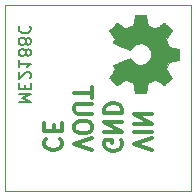
<source format=gbr>
%TF.GenerationSoftware,KiCad,Pcbnew,6.0.11-2627ca5db0~126~ubuntu20.04.1*%
%TF.CreationDate,2023-04-18T12:09:56-05:00*%
%TF.ProjectId,me2188c-slim,6d653231-3838-4632-9d73-6c696d2e6b69,rev?*%
%TF.SameCoordinates,Original*%
%TF.FileFunction,Legend,Bot*%
%TF.FilePolarity,Positive*%
%FSLAX46Y46*%
G04 Gerber Fmt 4.6, Leading zero omitted, Abs format (unit mm)*
G04 Created by KiCad (PCBNEW 6.0.11-2627ca5db0~126~ubuntu20.04.1) date 2023-04-18 12:09:56*
%MOMM*%
%LPD*%
G01*
G04 APERTURE LIST*
%TA.AperFunction,Profile*%
%ADD10C,0.100000*%
%TD*%
%ADD11C,0.300000*%
%ADD12C,0.150000*%
%ADD13C,0.010000*%
G04 APERTURE END LIST*
D10*
X115700000Y-100000000D02*
X115700000Y-115700000D01*
X100000000Y-100000000D02*
X100000000Y-115700000D01*
X100000000Y-100000000D02*
X115700000Y-100000000D01*
X100000000Y-115700000D02*
X115700000Y-115700000D01*
D11*
X107348428Y-112242857D02*
X105848428Y-111742857D01*
X107348428Y-111242857D01*
X107348428Y-110457142D02*
X107348428Y-110171428D01*
X107277000Y-110028571D01*
X107134142Y-109885714D01*
X106848428Y-109814285D01*
X106348428Y-109814285D01*
X106062714Y-109885714D01*
X105919857Y-110028571D01*
X105848428Y-110171428D01*
X105848428Y-110457142D01*
X105919857Y-110600000D01*
X106062714Y-110742857D01*
X106348428Y-110814285D01*
X106848428Y-110814285D01*
X107134142Y-110742857D01*
X107277000Y-110600000D01*
X107348428Y-110457142D01*
X107348428Y-109171428D02*
X106134142Y-109171428D01*
X105991285Y-109100000D01*
X105919857Y-109028571D01*
X105848428Y-108885714D01*
X105848428Y-108600000D01*
X105919857Y-108457142D01*
X105991285Y-108385714D01*
X106134142Y-108314285D01*
X107348428Y-108314285D01*
X107348428Y-107814285D02*
X107348428Y-106957142D01*
X105848428Y-107385714D02*
X107348428Y-107385714D01*
D12*
X101147619Y-108190476D02*
X102147619Y-108190476D01*
X101433333Y-107857142D01*
X102147619Y-107523809D01*
X101147619Y-107523809D01*
X101671428Y-107047619D02*
X101671428Y-106714285D01*
X101147619Y-106571428D02*
X101147619Y-107047619D01*
X102147619Y-107047619D01*
X102147619Y-106571428D01*
X102052380Y-106190476D02*
X102100000Y-106142857D01*
X102147619Y-106047619D01*
X102147619Y-105809523D01*
X102100000Y-105714285D01*
X102052380Y-105666666D01*
X101957142Y-105619047D01*
X101861904Y-105619047D01*
X101719047Y-105666666D01*
X101147619Y-106238095D01*
X101147619Y-105619047D01*
X101147619Y-104666666D02*
X101147619Y-105238095D01*
X101147619Y-104952380D02*
X102147619Y-104952380D01*
X102004761Y-105047619D01*
X101909523Y-105142857D01*
X101861904Y-105238095D01*
X101719047Y-104095238D02*
X101766666Y-104190476D01*
X101814285Y-104238095D01*
X101909523Y-104285714D01*
X101957142Y-104285714D01*
X102052380Y-104238095D01*
X102100000Y-104190476D01*
X102147619Y-104095238D01*
X102147619Y-103904761D01*
X102100000Y-103809523D01*
X102052380Y-103761904D01*
X101957142Y-103714285D01*
X101909523Y-103714285D01*
X101814285Y-103761904D01*
X101766666Y-103809523D01*
X101719047Y-103904761D01*
X101719047Y-104095238D01*
X101671428Y-104190476D01*
X101623809Y-104238095D01*
X101528571Y-104285714D01*
X101338095Y-104285714D01*
X101242857Y-104238095D01*
X101195238Y-104190476D01*
X101147619Y-104095238D01*
X101147619Y-103904761D01*
X101195238Y-103809523D01*
X101242857Y-103761904D01*
X101338095Y-103714285D01*
X101528571Y-103714285D01*
X101623809Y-103761904D01*
X101671428Y-103809523D01*
X101719047Y-103904761D01*
X101719047Y-103142857D02*
X101766666Y-103238095D01*
X101814285Y-103285714D01*
X101909523Y-103333333D01*
X101957142Y-103333333D01*
X102052380Y-103285714D01*
X102100000Y-103238095D01*
X102147619Y-103142857D01*
X102147619Y-102952380D01*
X102100000Y-102857142D01*
X102052380Y-102809523D01*
X101957142Y-102761904D01*
X101909523Y-102761904D01*
X101814285Y-102809523D01*
X101766666Y-102857142D01*
X101719047Y-102952380D01*
X101719047Y-103142857D01*
X101671428Y-103238095D01*
X101623809Y-103285714D01*
X101528571Y-103333333D01*
X101338095Y-103333333D01*
X101242857Y-103285714D01*
X101195238Y-103238095D01*
X101147619Y-103142857D01*
X101147619Y-102952380D01*
X101195238Y-102857142D01*
X101242857Y-102809523D01*
X101338095Y-102761904D01*
X101528571Y-102761904D01*
X101623809Y-102809523D01*
X101671428Y-102857142D01*
X101719047Y-102952380D01*
X101242857Y-101761904D02*
X101195238Y-101809523D01*
X101147619Y-101952380D01*
X101147619Y-102047619D01*
X101195238Y-102190476D01*
X101290476Y-102285714D01*
X101385714Y-102333333D01*
X101576190Y-102380952D01*
X101719047Y-102380952D01*
X101909523Y-102333333D01*
X102004761Y-102285714D01*
X102100000Y-102190476D01*
X102147619Y-102047619D01*
X102147619Y-101952380D01*
X102100000Y-101809523D01*
X102052380Y-101761904D01*
D11*
X103451285Y-111314285D02*
X103379857Y-111385714D01*
X103308428Y-111600000D01*
X103308428Y-111742857D01*
X103379857Y-111957142D01*
X103522714Y-112100000D01*
X103665571Y-112171428D01*
X103951285Y-112242857D01*
X104165571Y-112242857D01*
X104451285Y-112171428D01*
X104594142Y-112100000D01*
X104737000Y-111957142D01*
X104808428Y-111742857D01*
X104808428Y-111600000D01*
X104737000Y-111385714D01*
X104665571Y-111314285D01*
X104094142Y-110671428D02*
X104094142Y-110171428D01*
X103308428Y-109957142D02*
X103308428Y-110671428D01*
X104808428Y-110671428D01*
X104808428Y-109957142D01*
X109817000Y-111442857D02*
X109888428Y-111585714D01*
X109888428Y-111800000D01*
X109817000Y-112014285D01*
X109674142Y-112157142D01*
X109531285Y-112228571D01*
X109245571Y-112300000D01*
X109031285Y-112300000D01*
X108745571Y-112228571D01*
X108602714Y-112157142D01*
X108459857Y-112014285D01*
X108388428Y-111800000D01*
X108388428Y-111657142D01*
X108459857Y-111442857D01*
X108531285Y-111371428D01*
X109031285Y-111371428D01*
X109031285Y-111657142D01*
X108388428Y-110728571D02*
X109888428Y-110728571D01*
X108388428Y-109871428D01*
X109888428Y-109871428D01*
X108388428Y-109157142D02*
X109888428Y-109157142D01*
X109888428Y-108800000D01*
X109817000Y-108585714D01*
X109674142Y-108442857D01*
X109531285Y-108371428D01*
X109245571Y-108300000D01*
X109031285Y-108300000D01*
X108745571Y-108371428D01*
X108602714Y-108442857D01*
X108459857Y-108585714D01*
X108388428Y-108800000D01*
X108388428Y-109157142D01*
X112428428Y-112242857D02*
X110928428Y-111742857D01*
X112428428Y-111242857D01*
X110928428Y-110742857D02*
X112428428Y-110742857D01*
X110928428Y-110028571D02*
X112428428Y-110028571D01*
X110928428Y-109171428D01*
X112428428Y-109171428D01*
%TO.C,REF\u002A\u002A*%
G36*
X111539713Y-100819782D02*
G01*
X111647974Y-100821636D01*
X111744892Y-100825030D01*
X111824041Y-100829967D01*
X111878994Y-100836452D01*
X111903326Y-100844489D01*
X111906921Y-100852696D01*
X111918252Y-100893519D01*
X111934278Y-100962524D01*
X111953805Y-101054203D01*
X111975638Y-101163050D01*
X111998582Y-101283558D01*
X112010841Y-101349357D01*
X112032099Y-101462135D01*
X112050713Y-101559207D01*
X112065672Y-101635382D01*
X112075964Y-101685469D01*
X112080578Y-101704276D01*
X112081529Y-101704983D01*
X112105690Y-101716961D01*
X112156306Y-101739794D01*
X112226662Y-101770630D01*
X112310042Y-101806613D01*
X112399730Y-101844891D01*
X112489011Y-101882609D01*
X112571168Y-101916913D01*
X112639487Y-101944949D01*
X112687252Y-101963864D01*
X112707746Y-101970803D01*
X112714957Y-101967742D01*
X112749272Y-101947372D01*
X112807030Y-101910422D01*
X112883701Y-101859860D01*
X112974752Y-101798657D01*
X113075650Y-101729781D01*
X113130907Y-101691994D01*
X113227785Y-101626782D01*
X113312807Y-101570871D01*
X113381338Y-101527241D01*
X113428740Y-101498877D01*
X113450377Y-101488759D01*
X113462113Y-101495790D01*
X113497182Y-101525197D01*
X113550255Y-101573441D01*
X113616836Y-101636093D01*
X113692426Y-101708725D01*
X113772528Y-101786908D01*
X113852646Y-101866214D01*
X113928282Y-101942213D01*
X113994938Y-102010478D01*
X114048118Y-102066580D01*
X114083324Y-102106090D01*
X114096058Y-102124579D01*
X114091107Y-102134843D01*
X114068143Y-102172530D01*
X114029062Y-102233348D01*
X113976728Y-102312913D01*
X113914004Y-102406843D01*
X113843754Y-102510754D01*
X113591449Y-102881794D01*
X113718947Y-103191080D01*
X113846445Y-103500365D01*
X114291069Y-103584186D01*
X114735693Y-103668006D01*
X114735693Y-104593454D01*
X114291069Y-104677275D01*
X113846445Y-104761095D01*
X113591449Y-105379667D01*
X113843754Y-105750707D01*
X113893494Y-105824144D01*
X113958782Y-105921499D01*
X114014546Y-106005787D01*
X114057922Y-106072631D01*
X114086047Y-106117654D01*
X114096058Y-106136478D01*
X114088939Y-106148039D01*
X114059106Y-106182596D01*
X114010148Y-106234894D01*
X113946560Y-106300500D01*
X113872837Y-106374983D01*
X113793475Y-106453913D01*
X113712969Y-106532856D01*
X113635815Y-106607384D01*
X113566507Y-106673063D01*
X113509543Y-106725463D01*
X113469416Y-106760153D01*
X113450623Y-106772701D01*
X113442549Y-106769782D01*
X113406531Y-106749571D01*
X113347256Y-106712663D01*
X113269370Y-106662050D01*
X113177519Y-106600725D01*
X113076350Y-106531679D01*
X113021174Y-106493787D01*
X112925116Y-106428606D01*
X112841283Y-106372723D01*
X112774223Y-106329117D01*
X112728481Y-106300769D01*
X112708604Y-106290657D01*
X112707503Y-106290823D01*
X112682306Y-106299743D01*
X112630853Y-106320206D01*
X112559865Y-106349360D01*
X112476065Y-106384353D01*
X112386172Y-106422332D01*
X112296909Y-106460445D01*
X112214997Y-106495839D01*
X112147157Y-106525662D01*
X112100110Y-106547061D01*
X112080578Y-106557184D01*
X112078845Y-106563174D01*
X112071031Y-106599566D01*
X112058085Y-106664427D01*
X112041021Y-106752565D01*
X112020849Y-106858787D01*
X111998582Y-106977902D01*
X111986777Y-107040683D01*
X111964252Y-107155912D01*
X111943450Y-107256662D01*
X111925565Y-107337426D01*
X111911792Y-107392698D01*
X111903326Y-107416971D01*
X111894934Y-107421331D01*
X111853928Y-107428563D01*
X111785632Y-107434246D01*
X111696471Y-107438382D01*
X111592872Y-107440977D01*
X111481260Y-107442036D01*
X111368062Y-107441561D01*
X111259704Y-107439559D01*
X111162611Y-107436033D01*
X111083210Y-107430987D01*
X111027928Y-107424427D01*
X111003190Y-107416356D01*
X111000400Y-107411458D01*
X110988431Y-107374930D01*
X110972595Y-107311565D01*
X110954626Y-107228686D01*
X110936259Y-107133618D01*
X110930409Y-107101542D01*
X110903202Y-106953393D01*
X110881337Y-106836961D01*
X110863907Y-106748209D01*
X110850004Y-106683103D01*
X110838723Y-106637606D01*
X110829157Y-106607682D01*
X110820399Y-106589294D01*
X110811543Y-106578407D01*
X110810057Y-106577142D01*
X110779069Y-106559338D01*
X110722366Y-106532994D01*
X110646601Y-106500661D01*
X110558426Y-106464893D01*
X110464493Y-106428244D01*
X110371453Y-106393266D01*
X110285959Y-106362513D01*
X110214664Y-106338538D01*
X110164218Y-106323895D01*
X110141274Y-106321136D01*
X110138297Y-106322981D01*
X110109507Y-106342075D01*
X110056405Y-106377984D01*
X109983883Y-106427378D01*
X109896833Y-106486927D01*
X109800146Y-106553303D01*
X109773544Y-106571520D01*
X109678125Y-106635577D01*
X109592788Y-106690937D01*
X109522595Y-106734439D01*
X109472606Y-106762924D01*
X109447884Y-106773232D01*
X109441384Y-106771011D01*
X109409356Y-106747858D01*
X109357055Y-106702177D01*
X109288001Y-106637241D01*
X109205714Y-106556319D01*
X109113714Y-106462685D01*
X109062219Y-106409165D01*
X108982017Y-106324542D01*
X108913322Y-106250475D01*
X108859748Y-106190941D01*
X108824915Y-106149917D01*
X108812437Y-106131381D01*
X108817062Y-106118646D01*
X108838943Y-106079436D01*
X108874727Y-106022495D01*
X108919883Y-105955250D01*
X108952835Y-105907438D01*
X109018273Y-105811985D01*
X109087772Y-105710125D01*
X109150925Y-105617088D01*
X109274200Y-105434832D01*
X109191480Y-105281841D01*
X109172387Y-105245817D01*
X109139728Y-105180303D01*
X109117181Y-105129640D01*
X109108774Y-105102564D01*
X109119570Y-105093703D01*
X109160677Y-105071699D01*
X109228451Y-105039199D01*
X109318591Y-104998010D01*
X109426795Y-104949942D01*
X109548763Y-104896802D01*
X109680192Y-104840399D01*
X109816782Y-104782542D01*
X109954233Y-104725038D01*
X110088242Y-104669697D01*
X110214509Y-104618326D01*
X110328732Y-104572735D01*
X110426610Y-104534732D01*
X110503843Y-104506124D01*
X110556129Y-104488721D01*
X110579167Y-104484331D01*
X110579840Y-104484628D01*
X110601137Y-104505077D01*
X110634492Y-104547850D01*
X110672989Y-104604117D01*
X110684744Y-104621877D01*
X110796265Y-104757014D01*
X110929094Y-104868856D01*
X111077702Y-104954755D01*
X111236560Y-105012062D01*
X111400140Y-105038131D01*
X111562912Y-105030313D01*
X111707685Y-104998644D01*
X111853876Y-104941782D01*
X111984297Y-104858888D01*
X112108187Y-104745131D01*
X112147765Y-104700433D01*
X112245277Y-104555935D01*
X112310950Y-104399838D01*
X112345370Y-104236667D01*
X112349126Y-104070943D01*
X112322806Y-103907192D01*
X112266997Y-103749936D01*
X112182286Y-103603698D01*
X112069263Y-103473004D01*
X111928513Y-103362374D01*
X111893658Y-103341105D01*
X111734345Y-103268810D01*
X111568448Y-103230415D01*
X111400263Y-103224914D01*
X111234087Y-103251301D01*
X111074216Y-103308570D01*
X110924947Y-103395717D01*
X110790577Y-103511736D01*
X110675401Y-103655622D01*
X110672298Y-103660294D01*
X110633067Y-103715964D01*
X110599714Y-103757689D01*
X110579167Y-103776746D01*
X110563059Y-103774342D01*
X110516156Y-103759391D01*
X110443461Y-103732881D01*
X110349275Y-103696620D01*
X110237902Y-103652416D01*
X110113642Y-103602076D01*
X109980798Y-103547407D01*
X109843673Y-103490218D01*
X109706568Y-103432316D01*
X109573785Y-103375510D01*
X109449626Y-103321606D01*
X109338394Y-103272412D01*
X109244391Y-103229737D01*
X109171918Y-103195387D01*
X109125278Y-103171171D01*
X109108774Y-103158897D01*
X109111009Y-103148689D01*
X109127074Y-103108586D01*
X109155241Y-103049318D01*
X109191480Y-102979619D01*
X109274200Y-102826629D01*
X109150925Y-102644373D01*
X109114421Y-102590527D01*
X109046216Y-102490374D01*
X108977902Y-102390525D01*
X108919883Y-102306211D01*
X108888264Y-102259679D01*
X108848980Y-102199200D01*
X108822088Y-102154357D01*
X108812117Y-102132455D01*
X108816350Y-102123045D01*
X108842279Y-102089031D01*
X108887930Y-102036595D01*
X108948814Y-101970301D01*
X109020439Y-101894713D01*
X109098317Y-101814396D01*
X109177955Y-101733913D01*
X109254865Y-101657829D01*
X109324555Y-101590707D01*
X109382536Y-101537112D01*
X109424316Y-101501608D01*
X109445407Y-101488759D01*
X109449419Y-101489500D01*
X109482080Y-101504793D01*
X109538588Y-101537462D01*
X109613837Y-101584350D01*
X109702725Y-101642301D01*
X109800146Y-101708157D01*
X109827018Y-101726627D01*
X109921577Y-101791482D01*
X110005173Y-101848609D01*
X110072916Y-101894678D01*
X110119914Y-101926359D01*
X110141274Y-101940324D01*
X110142189Y-101940668D01*
X110168322Y-101936546D01*
X110221260Y-101920807D01*
X110294353Y-101896004D01*
X110380948Y-101864689D01*
X110474392Y-101829417D01*
X110568035Y-101792740D01*
X110655223Y-101757212D01*
X110729305Y-101725386D01*
X110783629Y-101699816D01*
X110811543Y-101683053D01*
X110813276Y-101681374D01*
X110822044Y-101669372D01*
X110830885Y-101649103D01*
X110840708Y-101616529D01*
X110852417Y-101567616D01*
X110866920Y-101498327D01*
X110885124Y-101404625D01*
X110907934Y-101282476D01*
X110936259Y-101127842D01*
X110942220Y-101095770D01*
X110960648Y-101003893D01*
X110978108Y-100926607D01*
X110992867Y-100871236D01*
X111003190Y-100845105D01*
X111011803Y-100840733D01*
X111053174Y-100833445D01*
X111121759Y-100827669D01*
X111211132Y-100823410D01*
X111314865Y-100820673D01*
X111426535Y-100819462D01*
X111539713Y-100819782D01*
G37*
D13*
X111539713Y-100819782D02*
X111647974Y-100821636D01*
X111744892Y-100825030D01*
X111824041Y-100829967D01*
X111878994Y-100836452D01*
X111903326Y-100844489D01*
X111906921Y-100852696D01*
X111918252Y-100893519D01*
X111934278Y-100962524D01*
X111953805Y-101054203D01*
X111975638Y-101163050D01*
X111998582Y-101283558D01*
X112010841Y-101349357D01*
X112032099Y-101462135D01*
X112050713Y-101559207D01*
X112065672Y-101635382D01*
X112075964Y-101685469D01*
X112080578Y-101704276D01*
X112081529Y-101704983D01*
X112105690Y-101716961D01*
X112156306Y-101739794D01*
X112226662Y-101770630D01*
X112310042Y-101806613D01*
X112399730Y-101844891D01*
X112489011Y-101882609D01*
X112571168Y-101916913D01*
X112639487Y-101944949D01*
X112687252Y-101963864D01*
X112707746Y-101970803D01*
X112714957Y-101967742D01*
X112749272Y-101947372D01*
X112807030Y-101910422D01*
X112883701Y-101859860D01*
X112974752Y-101798657D01*
X113075650Y-101729781D01*
X113130907Y-101691994D01*
X113227785Y-101626782D01*
X113312807Y-101570871D01*
X113381338Y-101527241D01*
X113428740Y-101498877D01*
X113450377Y-101488759D01*
X113462113Y-101495790D01*
X113497182Y-101525197D01*
X113550255Y-101573441D01*
X113616836Y-101636093D01*
X113692426Y-101708725D01*
X113772528Y-101786908D01*
X113852646Y-101866214D01*
X113928282Y-101942213D01*
X113994938Y-102010478D01*
X114048118Y-102066580D01*
X114083324Y-102106090D01*
X114096058Y-102124579D01*
X114091107Y-102134843D01*
X114068143Y-102172530D01*
X114029062Y-102233348D01*
X113976728Y-102312913D01*
X113914004Y-102406843D01*
X113843754Y-102510754D01*
X113591449Y-102881794D01*
X113718947Y-103191080D01*
X113846445Y-103500365D01*
X114291069Y-103584186D01*
X114735693Y-103668006D01*
X114735693Y-104593454D01*
X114291069Y-104677275D01*
X113846445Y-104761095D01*
X113591449Y-105379667D01*
X113843754Y-105750707D01*
X113893494Y-105824144D01*
X113958782Y-105921499D01*
X114014546Y-106005787D01*
X114057922Y-106072631D01*
X114086047Y-106117654D01*
X114096058Y-106136478D01*
X114088939Y-106148039D01*
X114059106Y-106182596D01*
X114010148Y-106234894D01*
X113946560Y-106300500D01*
X113872837Y-106374983D01*
X113793475Y-106453913D01*
X113712969Y-106532856D01*
X113635815Y-106607384D01*
X113566507Y-106673063D01*
X113509543Y-106725463D01*
X113469416Y-106760153D01*
X113450623Y-106772701D01*
X113442549Y-106769782D01*
X113406531Y-106749571D01*
X113347256Y-106712663D01*
X113269370Y-106662050D01*
X113177519Y-106600725D01*
X113076350Y-106531679D01*
X113021174Y-106493787D01*
X112925116Y-106428606D01*
X112841283Y-106372723D01*
X112774223Y-106329117D01*
X112728481Y-106300769D01*
X112708604Y-106290657D01*
X112707503Y-106290823D01*
X112682306Y-106299743D01*
X112630853Y-106320206D01*
X112559865Y-106349360D01*
X112476065Y-106384353D01*
X112386172Y-106422332D01*
X112296909Y-106460445D01*
X112214997Y-106495839D01*
X112147157Y-106525662D01*
X112100110Y-106547061D01*
X112080578Y-106557184D01*
X112078845Y-106563174D01*
X112071031Y-106599566D01*
X112058085Y-106664427D01*
X112041021Y-106752565D01*
X112020849Y-106858787D01*
X111998582Y-106977902D01*
X111986777Y-107040683D01*
X111964252Y-107155912D01*
X111943450Y-107256662D01*
X111925565Y-107337426D01*
X111911792Y-107392698D01*
X111903326Y-107416971D01*
X111894934Y-107421331D01*
X111853928Y-107428563D01*
X111785632Y-107434246D01*
X111696471Y-107438382D01*
X111592872Y-107440977D01*
X111481260Y-107442036D01*
X111368062Y-107441561D01*
X111259704Y-107439559D01*
X111162611Y-107436033D01*
X111083210Y-107430987D01*
X111027928Y-107424427D01*
X111003190Y-107416356D01*
X111000400Y-107411458D01*
X110988431Y-107374930D01*
X110972595Y-107311565D01*
X110954626Y-107228686D01*
X110936259Y-107133618D01*
X110930409Y-107101542D01*
X110903202Y-106953393D01*
X110881337Y-106836961D01*
X110863907Y-106748209D01*
X110850004Y-106683103D01*
X110838723Y-106637606D01*
X110829157Y-106607682D01*
X110820399Y-106589294D01*
X110811543Y-106578407D01*
X110810057Y-106577142D01*
X110779069Y-106559338D01*
X110722366Y-106532994D01*
X110646601Y-106500661D01*
X110558426Y-106464893D01*
X110464493Y-106428244D01*
X110371453Y-106393266D01*
X110285959Y-106362513D01*
X110214664Y-106338538D01*
X110164218Y-106323895D01*
X110141274Y-106321136D01*
X110138297Y-106322981D01*
X110109507Y-106342075D01*
X110056405Y-106377984D01*
X109983883Y-106427378D01*
X109896833Y-106486927D01*
X109800146Y-106553303D01*
X109773544Y-106571520D01*
X109678125Y-106635577D01*
X109592788Y-106690937D01*
X109522595Y-106734439D01*
X109472606Y-106762924D01*
X109447884Y-106773232D01*
X109441384Y-106771011D01*
X109409356Y-106747858D01*
X109357055Y-106702177D01*
X109288001Y-106637241D01*
X109205714Y-106556319D01*
X109113714Y-106462685D01*
X109062219Y-106409165D01*
X108982017Y-106324542D01*
X108913322Y-106250475D01*
X108859748Y-106190941D01*
X108824915Y-106149917D01*
X108812437Y-106131381D01*
X108817062Y-106118646D01*
X108838943Y-106079436D01*
X108874727Y-106022495D01*
X108919883Y-105955250D01*
X108952835Y-105907438D01*
X109018273Y-105811985D01*
X109087772Y-105710125D01*
X109150925Y-105617088D01*
X109274200Y-105434832D01*
X109191480Y-105281841D01*
X109172387Y-105245817D01*
X109139728Y-105180303D01*
X109117181Y-105129640D01*
X109108774Y-105102564D01*
X109119570Y-105093703D01*
X109160677Y-105071699D01*
X109228451Y-105039199D01*
X109318591Y-104998010D01*
X109426795Y-104949942D01*
X109548763Y-104896802D01*
X109680192Y-104840399D01*
X109816782Y-104782542D01*
X109954233Y-104725038D01*
X110088242Y-104669697D01*
X110214509Y-104618326D01*
X110328732Y-104572735D01*
X110426610Y-104534732D01*
X110503843Y-104506124D01*
X110556129Y-104488721D01*
X110579167Y-104484331D01*
X110579840Y-104484628D01*
X110601137Y-104505077D01*
X110634492Y-104547850D01*
X110672989Y-104604117D01*
X110684744Y-104621877D01*
X110796265Y-104757014D01*
X110929094Y-104868856D01*
X111077702Y-104954755D01*
X111236560Y-105012062D01*
X111400140Y-105038131D01*
X111562912Y-105030313D01*
X111707685Y-104998644D01*
X111853876Y-104941782D01*
X111984297Y-104858888D01*
X112108187Y-104745131D01*
X112147765Y-104700433D01*
X112245277Y-104555935D01*
X112310950Y-104399838D01*
X112345370Y-104236667D01*
X112349126Y-104070943D01*
X112322806Y-103907192D01*
X112266997Y-103749936D01*
X112182286Y-103603698D01*
X112069263Y-103473004D01*
X111928513Y-103362374D01*
X111893658Y-103341105D01*
X111734345Y-103268810D01*
X111568448Y-103230415D01*
X111400263Y-103224914D01*
X111234087Y-103251301D01*
X111074216Y-103308570D01*
X110924947Y-103395717D01*
X110790577Y-103511736D01*
X110675401Y-103655622D01*
X110672298Y-103660294D01*
X110633067Y-103715964D01*
X110599714Y-103757689D01*
X110579167Y-103776746D01*
X110563059Y-103774342D01*
X110516156Y-103759391D01*
X110443461Y-103732881D01*
X110349275Y-103696620D01*
X110237902Y-103652416D01*
X110113642Y-103602076D01*
X109980798Y-103547407D01*
X109843673Y-103490218D01*
X109706568Y-103432316D01*
X109573785Y-103375510D01*
X109449626Y-103321606D01*
X109338394Y-103272412D01*
X109244391Y-103229737D01*
X109171918Y-103195387D01*
X109125278Y-103171171D01*
X109108774Y-103158897D01*
X109111009Y-103148689D01*
X109127074Y-103108586D01*
X109155241Y-103049318D01*
X109191480Y-102979619D01*
X109274200Y-102826629D01*
X109150925Y-102644373D01*
X109114421Y-102590527D01*
X109046216Y-102490374D01*
X108977902Y-102390525D01*
X108919883Y-102306211D01*
X108888264Y-102259679D01*
X108848980Y-102199200D01*
X108822088Y-102154357D01*
X108812117Y-102132455D01*
X108816350Y-102123045D01*
X108842279Y-102089031D01*
X108887930Y-102036595D01*
X108948814Y-101970301D01*
X109020439Y-101894713D01*
X109098317Y-101814396D01*
X109177955Y-101733913D01*
X109254865Y-101657829D01*
X109324555Y-101590707D01*
X109382536Y-101537112D01*
X109424316Y-101501608D01*
X109445407Y-101488759D01*
X109449419Y-101489500D01*
X109482080Y-101504793D01*
X109538588Y-101537462D01*
X109613837Y-101584350D01*
X109702725Y-101642301D01*
X109800146Y-101708157D01*
X109827018Y-101726627D01*
X109921577Y-101791482D01*
X110005173Y-101848609D01*
X110072916Y-101894678D01*
X110119914Y-101926359D01*
X110141274Y-101940324D01*
X110142189Y-101940668D01*
X110168322Y-101936546D01*
X110221260Y-101920807D01*
X110294353Y-101896004D01*
X110380948Y-101864689D01*
X110474392Y-101829417D01*
X110568035Y-101792740D01*
X110655223Y-101757212D01*
X110729305Y-101725386D01*
X110783629Y-101699816D01*
X110811543Y-101683053D01*
X110813276Y-101681374D01*
X110822044Y-101669372D01*
X110830885Y-101649103D01*
X110840708Y-101616529D01*
X110852417Y-101567616D01*
X110866920Y-101498327D01*
X110885124Y-101404625D01*
X110907934Y-101282476D01*
X110936259Y-101127842D01*
X110942220Y-101095770D01*
X110960648Y-101003893D01*
X110978108Y-100926607D01*
X110992867Y-100871236D01*
X111003190Y-100845105D01*
X111011803Y-100840733D01*
X111053174Y-100833445D01*
X111121759Y-100827669D01*
X111211132Y-100823410D01*
X111314865Y-100820673D01*
X111426535Y-100819462D01*
X111539713Y-100819782D01*
%TD*%
M02*

</source>
